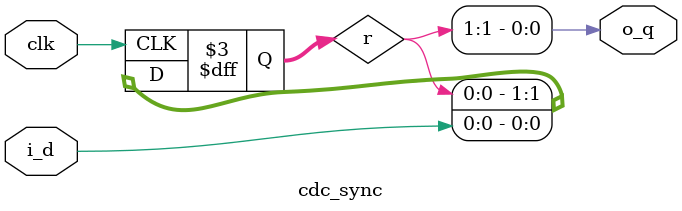
<source format=sv>

`default_nettype none

module cdc_sync # (
  parameter int REGS = 2,
  parameter bit INIT = 0
)(
  input var         clk,
  input var         i_d,
  output var logic  o_q
);

(* ASYNC_REGS = "TRUE" *) logic [REGS-1:0] r = {(REGS){INIT}};
always_ff @(posedge clk) begin
  r[REGS-1:0] <= {r[REGS-2:0], i_d};
end

assign o_q = r[REGS-1];

endmodule

</source>
